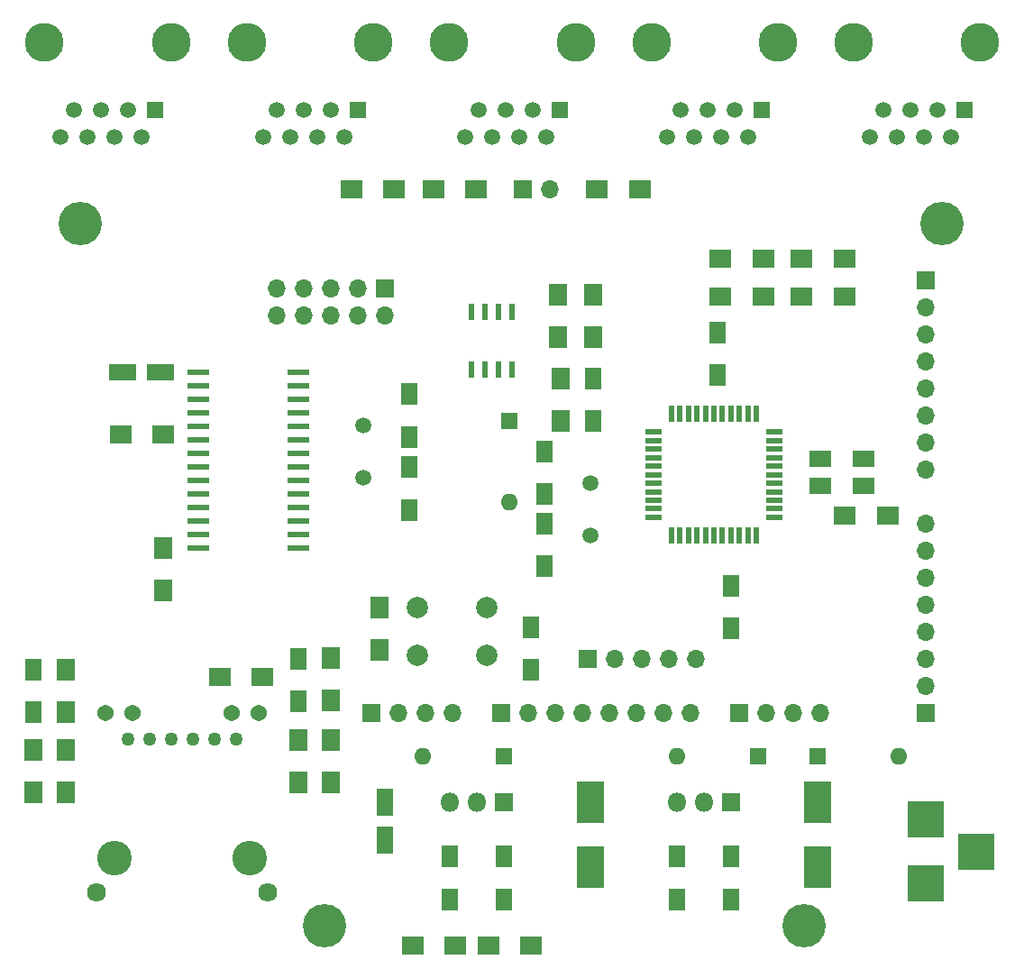
<source format=gbr>
G04 #@! TF.FileFunction,Soldermask,Top*
%FSLAX46Y46*%
G04 Gerber Fmt 4.6, Leading zero omitted, Abs format (unit mm)*
G04 Created by KiCad (PCBNEW 4.0.7-e2-6376~58~ubuntu16.04.1) date Wed Jun 27 11:11:34 2018*
%MOMM*%
%LPD*%
G01*
G04 APERTURE LIST*
%ADD10C,0.100000*%
%ADD11R,2.000000X0.600000*%
%ADD12R,2.000000X1.700000*%
%ADD13R,3.500000X3.500000*%
%ADD14R,1.600000X2.000000*%
%ADD15C,1.540000*%
%ADD16C,1.270000*%
%ADD17C,3.250000*%
%ADD18C,1.790000*%
%ADD19C,1.500000*%
%ADD20C,3.650000*%
%ADD21R,1.500000X1.500000*%
%ADD22R,2.000000X1.600000*%
%ADD23R,2.600000X1.600000*%
%ADD24R,2.500000X4.000000*%
%ADD25R,1.600000X2.600000*%
%ADD26R,1.700000X1.700000*%
%ADD27O,1.700000X1.700000*%
%ADD28R,1.600000X1.600000*%
%ADD29O,1.600000X1.600000*%
%ADD30R,1.700000X2.000000*%
%ADD31C,2.000000*%
%ADD32R,1.500000X0.550000*%
%ADD33R,0.550000X1.500000*%
%ADD34R,0.600000X1.550000*%
%ADD35R,1.800000X1.800000*%
%ADD36O,1.800000X1.800000*%
%ADD37C,4.064000*%
G04 APERTURE END LIST*
D10*
D11*
X58166000Y-109982000D03*
X58166000Y-111252000D03*
X58166000Y-112522000D03*
X58166000Y-113792000D03*
X58166000Y-115062000D03*
X58166000Y-116332000D03*
X58166000Y-117602000D03*
X58166000Y-118872000D03*
X58166000Y-120142000D03*
X58166000Y-121412000D03*
X58166000Y-122682000D03*
X58166000Y-123952000D03*
X58166000Y-125222000D03*
X58166000Y-126492000D03*
X67566000Y-126492000D03*
X67566000Y-125222000D03*
X67566000Y-123952000D03*
X67566000Y-122682000D03*
X67566000Y-121412000D03*
X67566000Y-120142000D03*
X67566000Y-118872000D03*
X67566000Y-117602000D03*
X67566000Y-116332000D03*
X67566000Y-115062000D03*
X67566000Y-113792000D03*
X67566000Y-112522000D03*
X67566000Y-111252000D03*
X67566000Y-109982000D03*
D12*
X89408000Y-163830000D03*
X85408000Y-163830000D03*
X78296000Y-163830000D03*
X82296000Y-163830000D03*
D13*
X126492000Y-152000000D03*
X126492000Y-158000000D03*
X131192000Y-155000000D03*
D12*
X54864000Y-115824000D03*
X50864000Y-115824000D03*
D14*
X108204000Y-130048000D03*
X108204000Y-134048000D03*
D15*
X63830000Y-141980000D03*
X61290000Y-141980000D03*
D16*
X61680000Y-144450000D03*
X59650000Y-144450000D03*
X57620000Y-144450000D03*
X55590000Y-144450000D03*
X53560000Y-144450000D03*
X51530000Y-144450000D03*
D15*
X49380000Y-141980000D03*
X51920000Y-141980000D03*
D17*
X50260000Y-155620000D03*
X62960000Y-155620000D03*
D18*
X48550000Y-158790000D03*
X64680000Y-158790000D03*
D14*
X106934000Y-110236000D03*
X106934000Y-106236000D03*
D19*
X94996000Y-120396000D03*
X94996000Y-125276000D03*
D20*
X43688000Y-78994000D03*
X55558000Y-78994000D03*
D21*
X54068000Y-85344000D03*
D19*
X52798000Y-87884000D03*
X51528000Y-85344000D03*
X50258000Y-87884000D03*
X48988000Y-85344000D03*
X47718000Y-87884000D03*
X46448000Y-85344000D03*
X45178000Y-87884000D03*
D14*
X89408000Y-133922000D03*
X89408000Y-137922000D03*
X90678000Y-121412000D03*
X90678000Y-117412000D03*
X90678000Y-124206000D03*
X90678000Y-128206000D03*
D22*
X116586000Y-118110000D03*
X120586000Y-118110000D03*
D14*
X95250000Y-114554000D03*
X95250000Y-110554000D03*
D22*
X116586000Y-120650000D03*
X120586000Y-120650000D03*
D14*
X77978000Y-118904000D03*
X77978000Y-122904000D03*
X77978000Y-116046000D03*
X77978000Y-112046000D03*
D23*
X54610000Y-109982000D03*
X51010000Y-109982000D03*
D24*
X116332000Y-150366000D03*
X116332000Y-156466000D03*
D14*
X108204000Y-155480000D03*
X108204000Y-159480000D03*
X67532000Y-140856000D03*
X67532000Y-136856000D03*
X42640000Y-141904000D03*
X42640000Y-137904000D03*
X86868000Y-155480000D03*
X86868000Y-159480000D03*
D24*
X94996000Y-150368000D03*
X94996000Y-156468000D03*
D14*
X103124000Y-155480000D03*
X103124000Y-159480000D03*
D25*
X75692000Y-150346000D03*
X75692000Y-153946000D03*
D14*
X81788000Y-155480000D03*
X81788000Y-159480000D03*
D26*
X75692000Y-102108000D03*
D27*
X75692000Y-104648000D03*
X73152000Y-102108000D03*
X73152000Y-104648000D03*
X70612000Y-102108000D03*
X70612000Y-104648000D03*
X68072000Y-102108000D03*
X68072000Y-104648000D03*
X65532000Y-102108000D03*
X65532000Y-104648000D03*
D28*
X87376000Y-114554000D03*
D29*
X87376000Y-122174000D03*
D12*
X118808000Y-102870000D03*
X114808000Y-102870000D03*
X118808000Y-99314000D03*
X114808000Y-99314000D03*
D28*
X116332000Y-146050000D03*
D29*
X123952000Y-146050000D03*
D28*
X110744000Y-146050000D03*
D29*
X103124000Y-146050000D03*
D28*
X86868000Y-146050000D03*
D29*
X79248000Y-146050000D03*
D26*
X126492000Y-101346000D03*
D27*
X126492000Y-103886000D03*
X126492000Y-106426000D03*
X126492000Y-108966000D03*
X126492000Y-111506000D03*
X126492000Y-114046000D03*
X126492000Y-116586000D03*
X126492000Y-119126000D03*
D26*
X126492000Y-141986000D03*
D27*
X126492000Y-139446000D03*
X126492000Y-136906000D03*
X126492000Y-134366000D03*
X126492000Y-131826000D03*
X126492000Y-129286000D03*
X126492000Y-126746000D03*
X126492000Y-124206000D03*
D26*
X94742000Y-136906000D03*
D27*
X97282000Y-136906000D03*
X99822000Y-136906000D03*
X102362000Y-136906000D03*
X104902000Y-136906000D03*
D20*
X100698500Y-78994000D03*
X112568500Y-78994000D03*
D21*
X111078500Y-85344000D03*
D19*
X109808500Y-87884000D03*
X108538500Y-85344000D03*
X107268500Y-87884000D03*
X105998500Y-85344000D03*
X104728500Y-87884000D03*
X103458500Y-85344000D03*
X102188500Y-87884000D03*
D26*
X86614000Y-141986000D03*
D27*
X89154000Y-141986000D03*
X91694000Y-141986000D03*
X94234000Y-141986000D03*
X96774000Y-141986000D03*
X99314000Y-141986000D03*
X101854000Y-141986000D03*
X104394000Y-141986000D03*
D20*
X81695000Y-78994000D03*
X93565000Y-78994000D03*
D21*
X92075000Y-85344000D03*
D19*
X90805000Y-87884000D03*
X89535000Y-85344000D03*
X88265000Y-87884000D03*
X86995000Y-85344000D03*
X85725000Y-87884000D03*
X84455000Y-85344000D03*
X83185000Y-87884000D03*
D20*
X119702000Y-78994000D03*
X131572000Y-78994000D03*
D21*
X130082000Y-85344000D03*
D19*
X128812000Y-87884000D03*
X127542000Y-85344000D03*
X126272000Y-87884000D03*
X125002000Y-85344000D03*
X123732000Y-87884000D03*
X122462000Y-85344000D03*
X121192000Y-87884000D03*
D26*
X108966000Y-141986000D03*
D27*
X111506000Y-141986000D03*
X114046000Y-141986000D03*
X116586000Y-141986000D03*
D20*
X62691500Y-78994000D03*
X74561500Y-78994000D03*
D21*
X73071500Y-85344000D03*
D19*
X71801500Y-87884000D03*
X70531500Y-85344000D03*
X69261500Y-87884000D03*
X67991500Y-85344000D03*
X66721500Y-87884000D03*
X65451500Y-85344000D03*
X64181500Y-87884000D03*
D26*
X74422000Y-141986000D03*
D27*
X76962000Y-141986000D03*
X79502000Y-141986000D03*
X82042000Y-141986000D03*
D26*
X88604420Y-92810780D03*
D27*
X91144420Y-92810780D03*
D12*
X122872000Y-123444000D03*
X118872000Y-123444000D03*
D30*
X70580000Y-136824000D03*
X70580000Y-140824000D03*
X75184000Y-132080000D03*
X75184000Y-136080000D03*
X92202000Y-110554000D03*
X92202000Y-114554000D03*
D12*
X111188000Y-102870000D03*
X107188000Y-102870000D03*
X111188000Y-99314000D03*
X107188000Y-99314000D03*
X72539420Y-92810780D03*
X76539420Y-92810780D03*
X80222420Y-92810780D03*
X84222420Y-92810780D03*
X95589420Y-92810780D03*
X99589420Y-92810780D03*
D30*
X95250000Y-106680000D03*
X95250000Y-102680000D03*
X91948000Y-106680000D03*
X91948000Y-102680000D03*
X54864000Y-126492000D03*
X54864000Y-130492000D03*
X67532000Y-148476000D03*
X67532000Y-144476000D03*
X70580000Y-144476000D03*
X70580000Y-148476000D03*
X42640000Y-149460000D03*
X42640000Y-145460000D03*
X45688000Y-145460000D03*
X45688000Y-149460000D03*
D12*
X64166000Y-138602000D03*
X60166000Y-138602000D03*
D30*
X45688000Y-141904000D03*
X45688000Y-137904000D03*
D31*
X78740000Y-136580000D03*
X78740000Y-132080000D03*
X85240000Y-136580000D03*
X85240000Y-132080000D03*
D32*
X100853000Y-115596000D03*
X100853000Y-116396000D03*
X100853000Y-117196000D03*
X100853000Y-117996000D03*
X100853000Y-118796000D03*
X100853000Y-119596000D03*
X100853000Y-120396000D03*
X100853000Y-121196000D03*
X100853000Y-121996000D03*
X100853000Y-122796000D03*
X100853000Y-123596000D03*
D33*
X102553000Y-125296000D03*
X103353000Y-125296000D03*
X104153000Y-125296000D03*
X104953000Y-125296000D03*
X105753000Y-125296000D03*
X106553000Y-125296000D03*
X107353000Y-125296000D03*
X108153000Y-125296000D03*
X108953000Y-125296000D03*
X109753000Y-125296000D03*
X110553000Y-125296000D03*
D32*
X112253000Y-123596000D03*
X112253000Y-122796000D03*
X112253000Y-121996000D03*
X112253000Y-121196000D03*
X112253000Y-120396000D03*
X112253000Y-119596000D03*
X112253000Y-118796000D03*
X112253000Y-117996000D03*
X112253000Y-117196000D03*
X112253000Y-116396000D03*
X112253000Y-115596000D03*
D33*
X110553000Y-113896000D03*
X109753000Y-113896000D03*
X108953000Y-113896000D03*
X108153000Y-113896000D03*
X107353000Y-113896000D03*
X106553000Y-113896000D03*
X105753000Y-113896000D03*
X104953000Y-113896000D03*
X104153000Y-113896000D03*
X103353000Y-113896000D03*
X102553000Y-113896000D03*
D34*
X83820000Y-109728000D03*
X85090000Y-109728000D03*
X86360000Y-109728000D03*
X87630000Y-109728000D03*
X87630000Y-104328000D03*
X86360000Y-104328000D03*
X85090000Y-104328000D03*
X83820000Y-104328000D03*
D35*
X108204000Y-150368000D03*
D36*
X105664000Y-150368000D03*
X103124000Y-150368000D03*
D35*
X86868000Y-150368000D03*
D36*
X84328000Y-150368000D03*
X81788000Y-150368000D03*
D19*
X73660000Y-119888000D03*
X73660000Y-115008000D03*
D37*
X128000000Y-96000000D03*
X47000000Y-96000000D03*
X115000000Y-162000000D03*
X70000000Y-162000000D03*
M02*

</source>
